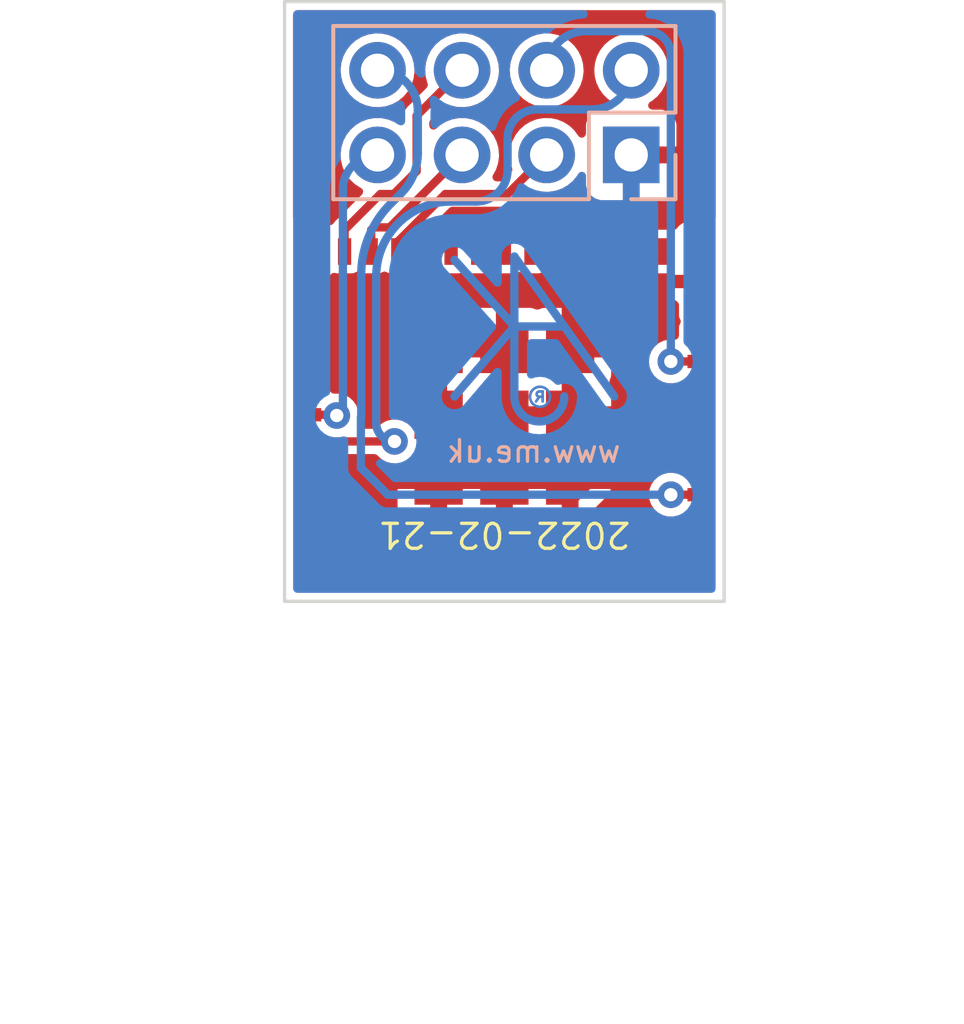
<source format=kicad_pcb>
(kicad_pcb (version 20211014) (generator pcbnew)
  (title_block (title "ESP01 Style ESP32") (date "${DATE}") (rev "1") (comment 1 "www.me.uk") (comment 2 "@TheRealRevK"))
  (layers (0 "F.Cu" signal) (31 "B.Cu" signal) (34 "B.Paste" user) (35 "F.Paste" user) (36 "B.SilkS" user "B.Silkscreen") (37 "F.SilkS" user "F.Silkscreen") (38 "B.Mask" user) (39 "F.Mask" user) (44 "Edge.Cuts" user))
  (property "DATE" "2022-02-21")
  (net 0 "")
  (net 1 "TX")
  (net 2 "GND")
  (net 3 "GPIO2")
  (net 4 "GPIO4")
  (net 5 "RX")
  (net 6 "VCC")
  (net 22 "EN")
  (net 28 "GPIO0")
  (footprint "RevK:ESP32-PICO-MINI-02" (layer "F.Cu") (at 145.6 115.4 180)
    (fp_text reference "U1" hide)
    (fp_text value "ESP32-PICO-MINI-02")
    (fp_text user "${DATE}" (at 0 -3.6 180 unlocked) (layer "F.SilkS") (effects (font (size 0.75 0.75) (thickness 0.1))))
    (pad "1" smd rect (at -5.9 -4 180) (size 0.8 0.4) (layers "F.Cu" "F.Paste" "F.Mask") (net 2 "GND"))
    (pad "2" smd rect (at -5.9 -3.2 180) (size 0.8 0.4) (layers "F.Cu" "F.Paste" "F.Mask") (net 2 "GND"))
    (pad "3" smd rect (at -5.9 -2.4 180) (size 0.8 0.4) (layers "F.Cu" "F.Paste" "F.Mask") (net 6 "VCC"))
    (pad "4" smd rect (at -5.9 -1.6 180) (size 0.8 0.4) (layers "F.Cu" "F.Paste" "F.Mask"))
    (pad "5" smd rect (at -5.9 -0.8 180) (size 0.8 0.4) (layers "F.Cu" "F.Paste" "F.Mask"))
    (pad "6" smd rect (at -5.9 0 180) (size 0.8 0.4) (layers "F.Cu" "F.Paste" "F.Mask"))
    (pad "7" smd rect (at -5.9 0.8 180) (size 0.8 0.4) (layers "F.Cu" "F.Paste" "F.Mask"))
    (pad "8" smd rect (at -5.9 1.6 180) (size 0.8 0.4) (layers "F.Cu" "F.Paste" "F.Mask") (net 22 "EN"))
    (pad "9" smd rect (at -5.9 2.4 180) (size 0.8 0.4) (layers "F.Cu" "F.Paste" "F.Mask"))
    (pad "10" smd rect (at -5.9 3.2 180) (size 0.8 0.4) (layers "F.Cu" "F.Paste" "F.Mask"))
    (pad "11" smd rect (at -5.9 4 180) (size 0.8 0.4) (layers "F.Cu" "F.Paste" "F.Mask") (net 2 "GND"))
    (pad "12" smd rect (at -4.8 4.9 180) (size 0.4 0.8) (layers "F.Cu" "F.Paste" "F.Mask"))
    (pad "13" smd rect (at -4 4.9 180) (size 0.4 0.8) (layers "F.Cu" "F.Paste" "F.Mask"))
    (pad "14" smd rect (at -3.2 4.9 180) (size 0.4 0.8) (layers "F.Cu" "F.Paste" "F.Mask") (net 2 "GND"))
    (pad "15" smd rect (at -2.4 4.9 180) (size 0.4 0.8) (layers "F.Cu" "F.Paste" "F.Mask"))
    (pad "16" smd rect (at -1.6 4.9 180) (size 0.4 0.8) (layers "F.Cu" "F.Paste" "F.Mask"))
    (pad "17" smd rect (at -0.8 4.9 180) (size 0.4 0.8) (layers "F.Cu" "F.Paste" "F.Mask"))
    (pad "18" smd rect (at 0 4.9 180) (size 0.4 0.8) (layers "F.Cu" "F.Paste" "F.Mask"))
    (pad "19" smd rect (at 0.8 4.9 180) (size 0.4 0.8) (layers "F.Cu" "F.Paste" "F.Mask"))
    (pad "20" smd rect (at 1.6 4.9 180) (size 0.4 0.8) (layers "F.Cu" "F.Paste" "F.Mask"))
    (pad "21" smd rect (at 2.4 4.9 180) (size 0.4 0.8) (layers "F.Cu" "F.Paste" "F.Mask"))
    (pad "22" smd rect (at 3.2 4.9 180) (size 0.4 0.8) (layers "F.Cu" "F.Paste" "F.Mask") (net 3 "GPIO2"))
    (pad "23" smd rect (at 4 4.9 180) (size 0.4 0.8) (layers "F.Cu" "F.Paste" "F.Mask") (net 28 "GPIO0"))
    (pad "24" smd rect (at 4.8 4.9 180) (size 0.4 0.8) (layers "F.Cu" "F.Paste" "F.Mask") (net 4 "GPIO4"))
    (pad "25" smd rect (at 5.9 4 180) (size 0.8 0.4) (layers "F.Cu" "F.Paste" "F.Mask"))
    (pad "26" smd rect (at 5.9 3.2 180) (size 0.8 0.4) (layers "F.Cu" "F.Paste" "F.Mask"))
    (pad "27" smd rect (at 5.9 2.4 180) (size 0.8 0.4) (layers "F.Cu" "F.Paste" "F.Mask"))
    (pad "28" smd rect (at 5.9 1.6 180) (size 0.8 0.4) (layers "F.Cu" "F.Paste" "F.Mask"))
    (pad "29" smd rect (at 5.9 0.8 180) (size 0.8 0.4) (layers "F.Cu" "F.Paste" "F.Mask"))
    (pad "30" smd rect (at 5.9 0 180) (size 0.8 0.4) (layers "F.Cu" "F.Paste" "F.Mask") (net 5 "RX"))
    (pad "31" smd rect (at 5.9 -0.8 180) (size 0.8 0.4) (layers "F.Cu" "F.Paste" "F.Mask") (net 1 "TX"))
    (pad "32" smd rect (at 5.9 -1.6 180) (size 0.8 0.4) (layers "F.Cu" "F.Paste" "F.Mask"))
    (pad "33" smd rect (at 5.9 -2.4 180) (size 0.8 0.4) (layers "F.Cu" "F.Paste" "F.Mask"))
    (pad "34" smd rect (at 5.9 -3.2 180) (size 0.8 0.4) (layers "F.Cu" "F.Paste" "F.Mask"))
    (pad "35" smd rect (at 5.9 -4 180) (size 0.8 0.4) (layers "F.Cu" "F.Paste" "F.Mask"))
    (pad "36" smd rect (at 4.8 -4.9 180) (size 0.4 0.8) (layers "F.Cu" "F.Paste" "F.Mask") (net 2 "GND"))
    (pad "37" smd rect (at 4 -4.9 180) (size 0.4 0.8) (layers "F.Cu" "F.Paste" "F.Mask") (net 2 "GND"))
    (pad "38" smd rect (at 3.2 -4.9 180) (size 0.4 0.8) (layers "F.Cu" "F.Paste" "F.Mask") (net 2 "GND"))
    (pad "39" smd rect (at 2.4 -4.9 180) (size 0.4 0.8) (layers "F.Cu" "F.Paste" "F.Mask") (net 2 "GND"))
    (pad "40" smd rect (at 1.6 -4.9 180) (size 0.4 0.8) (layers "F.Cu" "F.Paste" "F.Mask") (net 2 "GND"))
    (pad "41" smd rect (at 0.8 -4.9 180) (size 0.4 0.8) (layers "F.Cu" "F.Paste" "F.Mask") (net 2 "GND"))
    (pad "42" smd rect (at 0 -4.9 180) (size 0.4 0.8) (layers "F.Cu" "F.Paste" "F.Mask") (net 2 "GND"))
    (pad "43" smd rect (at -0.8 -4.9 180) (size 0.4 0.8) (layers "F.Cu" "F.Paste" "F.Mask") (net 2 "GND"))
    (pad "44" smd rect (at -1.6 -4.9 180) (size 0.4 0.8) (layers "F.Cu" "F.Paste" "F.Mask") (net 2 "GND"))
    (pad "45" smd rect (at -2.4 -4.9 180) (size 0.4 0.8) (layers "F.Cu" "F.Paste" "F.Mask") (net 2 "GND"))
    (pad "46" smd rect (at -3.2 -4.9 180) (size 0.4 0.8) (layers "F.Cu" "F.Paste" "F.Mask") (net 2 "GND"))
    (pad "47" smd rect (at -4 -4.9 180) (size 0.4 0.8) (layers "F.Cu" "F.Paste" "F.Mask") (net 2 "GND"))
    (pad "48" smd rect (at -4.8 -4.9 180) (size 0.4 0.8) (layers "F.Cu" "F.Paste" "F.Mask") (net 2 "GND"))
    (pad "49" smd rect (at -1.975 0 180) (size 1.45 1.45) (layers "F.Cu" "F.Paste" "F.Mask") (net 2 "GND"))
    (pad "49" smd rect (at 0 0 180) (size 1.45 1.45) (layers "F.Cu" "F.Paste" "F.Mask") (net 2 "GND"))
    (pad "49" smd rect (at 1.975 -1.975 180) (size 1.45 1.45) (layers "F.Cu" "F.Paste" "F.Mask") (net 2 "GND"))
    (pad "49" smd rect (at 0 1.975 180) (size 1.45 1.45) (layers "F.Cu" "F.Paste" "F.Mask") (net 2 "GND"))
    (pad "49" smd roundrect (at -1.975 -1.975 180) (size 1.45 1.45) (layers "F.Cu" "F.Paste" "F.Mask") (roundrect_rratio 0) (chamfer_ratio 0.41) (chamfer top_left) (net 2 "GND"))
    (pad "49" smd rect (at 1.975 0 180) (size 1.45 1.45) (layers "F.Cu" "F.Paste" "F.Mask") (net 2 "GND"))
    (pad "49" smd rect (at -1.975 1.975 180) (size 1.45 1.45) (layers "F.Cu" "F.Paste" "F.Mask") (net 2 "GND"))
    (pad "49" smd rect (at 1.975 1.975 180) (size 1.45 1.45) (layers "F.Cu" "F.Paste" "F.Mask") (net 2 "GND"))
    (pad "49" smd rect (at 0 -1.975 180) (size 1.45 1.45) (layers "F.Cu" "F.Paste" "F.Mask") (net 2 "GND"))
    (pad "50" smd rect (at 5.95 -4.95 180) (size 0.7 0.7) (layers "F.Cu" "F.Paste" "F.Mask") (net 2 "GND"))
    (pad "51" smd rect (at 5.95 4.95 180) (size 0.7 0.7) (layers "F.Cu" "F.Paste" "F.Mask") (net 2 "GND"))
    (pad "52" smd rect (at -5.95 4.95 180) (size 0.7 0.7) (layers "F.Cu" "F.Paste" "F.Mask") (net 2 "GND"))
    (pad "53" smd rect (at -5.95 -4.95 180) (size 0.7 0.7) (layers "F.Cu" "F.Paste" "F.Mask") (net 2 "GND"))
    (zone (net 0) (net_name "") (layer "F.Cu") (connect_pads (clearance 0)) (min_thickness 0.01)
      (keepout (tracks not_allowed) (vias not_allowed) (pads not_allowed) (copperpour not_allowed) (footprints allowed))
      (fill (thermal_gap 0.508) (thermal_bridge_width 0.508))
      (polygon (pts (xy 152.2 126.4) (xy 139 126.4) (xy 139 121) (xy 152.2 121)))
    )
    (zone (net 0) (net_name "") (layer "B.Cu") (connect_pads (clearance 0)) (min_thickness 0.01)
      (keepout (tracks not_allowed) (vias not_allowed) (pads not_allowed) (copperpour not_allowed) (footprints allowed))
      (fill (thermal_gap 0.508) (thermal_bridge_width 0.508))
      (polygon (pts (xy 152.2 126.4) (xy 139 126.4) (xy 139 121) (xy 152.2 121)))
    )
  )
  (footprint "Connector_PinHeader_2.54mm:PinHeader_2x04_P2.54mm_Vertical" (layer "B.Cu") (at 149.41 107.6 90)
    (fp_text reference "J1" hide)
    (fp_text value "Header")
    (fp_line (start 1.27 -1.27) (end 1.27 1.33) (layer "B.SilkS") (width 0.12))
    (fp_line (start -1.33 -1.27) (end 1.27 -1.27) (layer "B.SilkS") (width 0.12))
    (fp_line (start -1.33 0) (end -1.33 1.33) (layer "B.SilkS") (width 0.12))
    (fp_line (start -1.33 -8.95) (end 3.87 -8.95) (layer "B.SilkS") (width 0.12))
    (fp_line (start 1.27 1.33) (end 3.87 1.33) (layer "B.SilkS") (width 0.12))
    (fp_line (start 3.87 1.33) (end 3.87 -8.95) (layer "B.SilkS") (width 0.12))
    (fp_line (start -1.33 -1.27) (end -1.33 -8.95) (layer "B.SilkS") (width 0.12))
    (fp_line (start -1.33 1.33) (end 0 1.33) (layer "B.SilkS") (width 0.12))
    (pad "1" thru_hole rect (at 0 0 90) (size 1.7 1.7) (drill 1) (layers *.Cu *.Mask) (net 2 "GND"))
    (pad "2" thru_hole oval (at 2.54 0 90) (size 1.7 1.7) (drill 1) (layers *.Cu *.Mask) (net 1 "TX"))
    (pad "3" thru_hole oval (at 0 -2.54 90) (size 1.7 1.7) (drill 1) (layers *.Cu *.Mask) (net 3 "GPIO2"))
    (pad "4" thru_hole oval (at 2.54 -2.54 90) (size 1.7 1.7) (drill 1) (layers *.Cu *.Mask) (net 22 "EN"))
    (pad "5" thru_hole oval (at 0 -5.08 90) (size 1.7 1.7) (drill 1) (layers *.Cu *.Mask) (net 28 "GPIO0"))
    (pad "6" thru_hole oval (at 2.54 -5.08 90) (size 1.7 1.7) (drill 1) (layers *.Cu *.Mask) (net 4 "GPIO4"))
    (pad "7" thru_hole oval (at 0 -7.62 90) (size 1.7 1.7) (drill 1) (layers *.Cu *.Mask) (net 5 "RX"))
    (pad "8" thru_hole oval (at 2.54 -7.62 90) (size 1.7 1.7) (drill 1) (layers *.Cu *.Mask) (net 6 "VCC"))
  )
  (footprint "RevK:AJK" (layer "B.Cu") (at 145.9 112.75 180)
    (fp_text reference "Logo1" hide)
    (fp_text value "AJK" hide)
    (fp_text user "www.me.uk" (at -0.58 -3.75 unlocked) (layer "B.SilkS") (effects (font (size 0.65 0.65) (thickness 0.1)) (justify mirror)))
    (fp_line (start -0.85 -1.95) (end -0.75 -1.95) (layer "B.Cu") (width 0.08))
    (fp_line (start 0 0) (end 1.8 -2.1) (layer "B.Cu") (width 0.25))
    (fp_line (start -0.85 -1.95) (end -0.85 -2.25) (layer "B.Cu") (width 0.08))
    (fp_line (start -0.85 -2.11) (end -0.75 -2.11) (layer "B.Cu") (width 0.08))
    (fp_line (start -0.75 -2.11) (end -0.65 -2.25) (layer "B.Cu") (width 0.08))
    (fp_line (start 1.8 2) (end 0 0) (layer "B.Cu") (width 0.25))
    (fp_line (start 0 2.1) (end 0 -2.1) (layer "B.Cu") (width 0.25))
    (fp_line (start 0 2.1) (end -3 -2.1) (layer "B.Cu") (width 0.25))
    (fp_line (start 0 0) (end -1.5 0) (layer "B.Cu") (width 0.25))
    (fp_arc (start -0.75 -2.11) (mid -0.67 -2.03) (end -0.75 -1.95) (layer "B.Cu") (width 0.08))
    (fp_arc (start -1.5 -2.1) (mid -0.75 -2.85) (end 0 -2.1) (layer "B.Cu") (width 0.25))
    (fp_circle (center -0.77 -2.11) (end -0.47 -2.11) (layer "B.Cu") (width 0.08) (fill none))
  )
  (gr_line (start 152.2 121) (end 152.2 103) (layer "Edge.Cuts") (width 0.1))
  (gr_line (start 152.2 103) (end 139 103) (layer "Edge.Cuts") (width 0.1))
  (gr_line (start 139 103) (end 139 121) (layer "Edge.Cuts") (width 0.1))
  (gr_line (start 139 121) (end 152.2 121) (layer "Edge.Cuts") (width 0.1))
  (segment (start 139.7 116.2) (end 142.3 116.2) (width 0.25) (layer "F.Cu") (net 1))
  (via (at 142.3 116.2) (size 0.8) (drill 0.4) (layers "F.Cu" "B.Cu") (net 1))
  (segment (start 145.695489 107.113501) (end 145.695489 108.054511) (width 0.25) (layer "B.Cu") (net 1))
  (segment (start 148.235489 106.234511) (end 146.574479 106.234511) (width 0.25) (layer "B.Cu") (net 1))
  (segment (start 144.75 109) (end 144 109) (width 0.25) (layer "B.Cu") (net 1))
  (segment (start 141.75 111.25) (end 141.75 115.65) (width 0.25) (layer "B.Cu") (net 1))
  (arc (start 145.695489 108.054511) (mid 145.418562 108.723073) (end 144.75 109) (width 0.25) (layer "B.Cu") (net 1))
  (arc (start 146.574479 106.234511) (mid 145.952939 106.491961) (end 145.695489 107.113501) (width 0.25) (layer "B.Cu") (net 1))
  (arc (start 141.75 115.65) (mid 141.911091 116.038909) (end 142.3 116.2) (width 0.25) (layer "B.Cu") (net 1))
  (arc (start 149.41 105.06) (mid 149.065994 105.890505) (end 148.235489 106.234511) (width 0.25) (layer "B.Cu") (net 1))
  (arc (start 144 109) (mid 142.40901 109.65901) (end 141.75 111.25) (width 0.25) (layer "B.Cu") (net 1))
  (segment (start 143.825489 108.774511) (end 145.695489 108.774511) (width 0.25) (layer "F.Cu") (net 3))
  (segment (start 142.4 110.2) (end 143.825489 108.774511) (width 0.25) (layer "F.Cu") (net 3))
  (segment (start 145.695489 108.774511) (end 146.87 107.6) (width 0.25) (layer "F.Cu") (net 3))
  (segment (start 142.4 110.5) (end 142.4 110.2) (width 0.25) (layer "F.Cu") (net 3))
  (segment (start 140.8 109.85) (end 141.875489 108.774511) (width 0.25) (layer "F.Cu") (net 4))
  (segment (start 142.964511 106.425489) (end 144.33 105.06) (width 0.25) (layer "F.Cu") (net 4))
  (segment (start 140.8 110.5) (end 140.8 109.85) (width 0.25) (layer "F.Cu") (net 4))
  (segment (start 142.276499 108.774511) (end 142.964511 108.086499) (width 0.25) (layer "F.Cu") (net 4))
  (segment (start 141.875489 108.774511) (end 142.276499 108.774511) (width 0.25) (layer "F.Cu") (net 4))
  (segment (start 142.964511 108.086499) (end 142.964511 106.425489) (width 0.25) (layer "F.Cu") (net 4))
  (segment (start 139.7 115.4) (end 140.543598 115.4) (width 0.25) (layer "F.Cu") (net 5))
  (segment (start 140.543598 115.4) (end 140.565604 115.422006) (width 0.25) (layer "F.Cu") (net 5))
  (via (at 140.565604 115.422006) (size 0.8) (drill 0.4) (layers "F.Cu" "B.Cu") (net 5))
  (segment (start 140.75 115.23761) (end 140.75 108.64) (width 0.25) (layer "B.Cu") (net 5))
  (arc (start 140.75 108.64) (mid 141.054609 107.904609) (end 141.79 107.6) (width 0.25) (layer "B.Cu") (net 5))
  (arc (start 140.565604 115.422006) (mid 140.695992 115.367998) (end 140.75 115.23761) (width 0.25) (layer "B.Cu") (net 5))
  (segment (start 151.5 117.8) (end 150.6 117.8) (width 0.25) (layer "F.Cu") (net 6))
  (via (at 150.6 117.8) (size 0.8) (drill 0.4) (layers "F.Cu" "B.Cu") (net 6))
  (segment (start 143 107.542894) (end 143 106.27) (width 0.25) (layer "B.Cu") (net 6))
  (segment (start 150.6 117.8) (end 142.1 117.8) (width 0.25) (layer "B.Cu") (net 6))
  (segment (start 142.184372 109.065627) (end 142.5 108.75) (width 0.25) (layer "B.Cu") (net 6))
  (segment (start 142.1 117.8) (end 141.2901 116.9901) (width 0.25) (layer "B.Cu") (net 6))
  (segment (start 141.2901 115.475311) (end 141.300489 115.464286) (width 0.25) (layer "B.Cu") (net 6))
  (segment (start 141.2901 116.9901) (end 141.2901 115.475311) (width 0.25) (layer "B.Cu") (net 6))
  (segment (start 141.300489 115.464286) (end 141.300489 111.199511) (width 0.25) (layer "B.Cu") (net 6))
  (arc (start 141.79 105.06) (mid 142.645599 105.414401) (end 143 106.27) (width 0.25) (layer "B.Cu") (net 6))
  (arc (start 141.300489 111.199511) (mid 141.530203 110.044662) (end 142.184372 109.065627) (width 0.25) (layer "B.Cu") (net 6))
  (arc (start 142.5 108.75) (mid 142.870054 108.196175) (end 143 107.542894) (width 0.25) (layer "B.Cu") (net 6))
  (segment (start 151.5 113.8) (end 150.6 113.8) (width 0.25) (layer "F.Cu") (net 22))
  (via (at 150.6 113.8) (size 0.8) (drill 0.4) (layers "F.Cu" "B.Cu") (net 22))
  (segment (start 150.6 104.58899) (end 150.6 113.8) (width 0.25) (layer "B.Cu") (net 22))
  (segment (start 148.044511 103.885489) (end 149.896499 103.885489) (width 0.25) (layer "B.Cu") (net 22))
  (arc (start 146.87 105.06) (mid 147.214006 104.229495) (end 148.044511 103.885489) (width 0.25) (layer "B.Cu") (net 22))
  (arc (start 149.896499 103.885489) (mid 150.393949 104.09154) (end 150.6 104.58899) (width 0.25) (layer "B.Cu") (net 22))
  (segment (start 141.674511 109.775489) (end 142.154511 109.775489) (width 0.25) (layer "F.Cu") (net 28))
  (segment (start 142.154511 109.775489) (end 144.33 107.6) (width 0.25) (layer "F.Cu") (net 28))
  (segment (start 141.6 110.5) (end 141.6 109.85) (width 0.25) (layer "F.Cu") (net 28))
  (segment (start 141.6 109.85) (end 141.674511 109.775489) (width 0.25) (layer "F.Cu") (net 28))
  (zone (net 2) (net_name "GND") (layers F&B.Cu) (connect_pads (clearance 0.254)) (min_thickness 0.254) (fill yes (thermal_gap 0.508) (thermal_bridge_width 0.508))
    (polygon (pts (xy 152.2 121) (xy 139 121) (xy 139 103) (xy 152.2 103)))
  )
)
</source>
